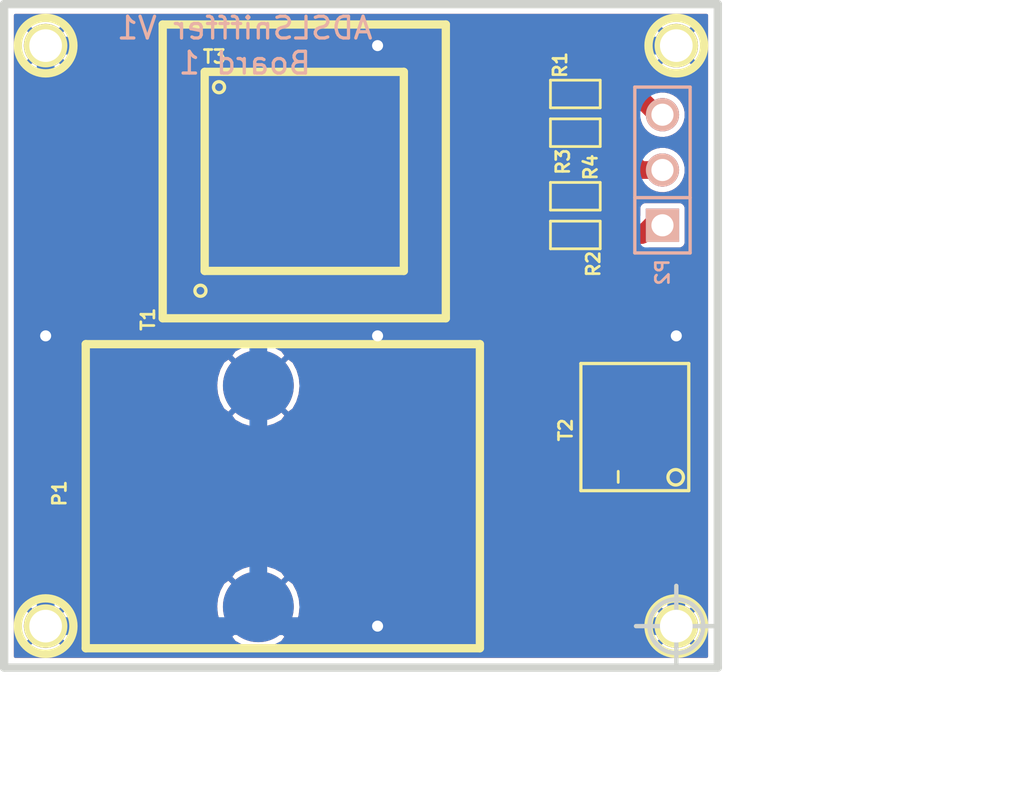
<source format=kicad_pcb>
(kicad_pcb (version 3) (host pcbnew "(2013-07-07 BZR 4022)-stable")
  (title_block (title "Adsl Sniffer") (rev 1))
  (layers (15 Dessus.Cu signal) (0 Dessous.Cu signal))
  (net 0 "")
  (net 1 AGND)
  (net 2 N-0000020)
  (net 3 N-0000025)
  (net 4 N-0000026)
  (net 5 N-0000047)
  (net 6 N-0000086)
  (net 7 N-0000089)
  (net 8 N-0000091)
  (net 9 N-0000094)
  (net 10 N-0000095)
  (net 11 N-0000097)
  (module RJ11SMT (layer Dessus.Cu) (at 110.871 116.586 90)
    (fp_text reference P1)
    (fp_text value RJ12 hide)
    (pad 1 smd rect (at -3.175 9.4615 90) (size 0.75946 6.35) (layers Dessus.Cu Dessus.Pate Dessus.Masque))
    (pad 2 smd rect (at -1.905 9.4615 90) (size 0.75946 6.35) (layers Dessus.Cu Dessus.Pate Dessus.Masque))
    (pad 3 smd rect (at -0.635 9.4615 90) (size 0.75946 6.35) (layers Dessus.Cu Dessus.Pate Dessus.Masque) (net 9 N-0000094))
    (pad 4 smd rect (at 0.635 9.4615 90) (size 0.75946 6.35) (layers Dessus.Cu Dessus.Pate Dessus.Masque) (net 5 N-0000047))
    (pad 5 smd rect (at 1.905 9.4615 90) (size 0.75946 6.35) (layers Dessus.Cu Dessus.Pate Dessus.Masque))
    (pad 6 smd rect (at 3.175 9.4615 90) (size 0.75946 6.35) (layers Dessus.Cu Dessus.Pate Dessus.Masque))
    (pad 7 connect circle (at -5.08 -0.0127 90) (size 3.2512 3.2512) (layers *.Cu Dessus.Masque) (net 1 AGND))
    (pad 8 connect circle (at 5.08 -0.0127 90) (size 3.2512 3.2512) (layers *.Cu Dessus.Masque) (net 1 AGND))
  )
  (module SM0603 (layer Dessus.Cu) (at 125.4125 98.1075)
    (fp_text reference R1)
    (fp_text value 8k25 hide)
    (pad 1 smd rect (at -0.762 0) (size 0.635 1.143) (layers Dessus.Cu Dessus.Pate Dessus.Masque) (net 3 N-0000025))
    (pad 2 smd rect (at 0.762 0) (size 0.635 1.143) (layers Dessus.Cu Dessus.Pate Dessus.Masque) (net 6 N-0000086))
  )
  (module SM0603 (layer Dessus.Cu) (at 125.4125 104.5845)
    (fp_text reference R2)
    (fp_text value 8k25 hide)
    (pad 1 smd rect (at -0.762 0) (size 0.635 1.143) (layers Dessus.Cu Dessus.Pate Dessus.Masque) (net 4 N-0000026))
    (pad 2 smd rect (at 0.762 0) (size 0.635 1.143) (layers Dessus.Cu Dessus.Pate Dessus.Masque) (net 2 N-0000020))
  )
  (module SM0603 (layer Dessus.Cu) (at 125.4125 99.8855 180)
    (fp_text reference R3)
    (fp_text value 1k1 hide)
    (pad 1 smd rect (at -0.762 0 180) (size 0.635 1.143) (layers Dessus.Cu Dessus.Pate Dessus.Masque) (net 6 N-0000086))
    (pad 2 smd rect (at 0.762 0 180) (size 0.635 1.143) (layers Dessus.Cu Dessus.Pate Dessus.Masque) (net 11 N-0000097))
  )
  (module SM0603 (layer Dessus.Cu) (at 125.4125 102.8065 180)
    (fp_text reference R4)
    (fp_text value 1k1 hide)
    (pad 1 smd rect (at -0.762 0 180) (size 0.635 1.143) (layers Dessus.Cu Dessus.Pate Dessus.Masque) (net 2 N-0000020))
    (pad 2 smd rect (at 0.762 0 180) (size 0.635 1.143) (layers Dessus.Cu Dessus.Pate Dessus.Masque) (net 11 N-0000097))
  )
  (module PIN_ARRAY_3X1 (layer Dessous.Cu) (at 129.413 101.6 90)
    (fp_text reference P2)
    (fp_text value CONN_3 hide)
    (pad 1 thru_hole rect (at -2.54 0 90) (size 1.524 1.524) (drill 1.016) (layers *.Cu *.Mask Dessous.SilkS) (net 2 N-0000020))
    (pad 2 thru_hole circle (at 0 0 90) (size 1.524 1.524) (drill 1.016) (layers *.Cu *.Mask Dessous.SilkS) (net 11 N-0000097))
    (pad 3 thru_hole circle (at 2.54 0 90) (size 1.524 1.524) (drill 1.016) (layers *.Cu *.Mask Dessous.SilkS) (net 6 N-0000086))
  )
  (module 1pin (layer Dessus.Cu) (at 130.048 95.885)
    (fp_text reference "")
    (fp_text value "" hide)
    (pad 1 thru_hole circle (at 0 0) (size 1.99898 1.99898) (drill 1.50114) (layers *.Cu *.Mask Dessus.SilkS) (net 1 AGND))
  )
  (module 1pin (layer Dessus.Cu) (at 130.048 122.555)
    (fp_text reference "")
    (fp_text value "" hide)
    (pad 1 thru_hole circle (at 0 0) (size 1.99898 1.99898) (drill 1.50114) (layers *.Cu *.Mask Dessus.SilkS) (net 1 AGND))
  )
  (module 1pin (layer Dessus.Cu) (at 101.092 122.555)
    (fp_text reference "")
    (fp_text value "" hide)
    (pad 1 thru_hole circle (at 0 0) (size 1.99898 1.99898) (drill 1.50114) (layers *.Cu *.Mask Dessus.SilkS) (net 1 AGND))
  )
  (module 1pin (layer Dessus.Cu) (at 101.092 95.885)
    (fp_text reference "")
    (fp_text value "" hide)
    (pad 1 thru_hole circle (at 0 0) (size 1.99898 1.99898) (drill 1.50114) (layers *.Cu *.Mask Dessus.SilkS) (net 1 AGND))
  )
  (module B0727-BL (layer Dessus.Cu) (at 112.9665 101.6635 270)
    (fp_text reference T1)
    (fp_text value B0727-BL hide)
    (pad 2 smd rect (at 2.49936 8.27024 270) (size 1.27 1.5494) (layers Dessus.Cu Dessus.Pate Dessus.Masque) (net 7 N-0000089))
    (pad 3 smd rect (at 0 8.27024 270) (size 1.27 1.5494) (layers Dessus.Cu Dessus.Pate Dessus.Masque))
    (pad 1 smd rect (at 5.00126 8.27024 270) (size 1.27 1.5494) (layers Dessus.Cu Dessus.Pate Dessus.Masque) (net 8 N-0000091))
    (pad 4 smd rect (at -2.49936 8.27024 270) (size 1.27 1.5494) (layers Dessus.Cu Dessus.Pate Dessus.Masque) (net 7 N-0000089))
    (pad 5 smd rect (at -5.00126 8.27024 270) (size 1.27 1.5494) (layers Dessus.Cu Dessus.Pate Dessus.Masque) (net 10 N-0000095))
    (pad 6 smd rect (at -5.00126 -8.27024 270) (size 1.27 1.5494) (layers Dessus.Cu Dessus.Pate Dessus.Masque) (net 3 N-0000025))
    (pad 10 smd rect (at 5.00126 -8.27024 270) (size 1.27 1.5494) (layers Dessus.Cu Dessus.Pate Dessus.Masque) (net 4 N-0000026))
    (pad 9 smd rect (at 2.49936 -8.27024 270) (size 1.27 1.5494) (layers Dessus.Cu Dessus.Pate Dessus.Masque) (net 11 N-0000097))
    (pad 8 smd rect (at 0 -8.27024 270) (size 1.27 1.5494) (layers Dessus.Cu Dessus.Pate Dessus.Masque))
    (pad 7 smd rect (at -2.49936 -8.27024 270) (size 1.27 1.5494) (layers Dessus.Cu Dessus.Pate Dessus.Masque) (net 11 N-0000097))
  )
  (module 1812DPS (layer Dessus.Cu) (at 128.143 113.411 90)
    (fp_text reference T2)
    (fp_text value 1812DPS hide)
    (pad 4 smd rect (at -2.0701 -0.95504 90) (size 1.2192 1.45034) (layers Dessus.Cu Dessus.Pate Dessus.Masque) (net 5 N-0000047) (clearance 0.20066))
    (pad 3 smd rect (at 2.0701 -0.95504 90) (size 1.2192 1.45034) (layers Dessus.Cu Dessus.Pate Dessus.Masque) (net 8 N-0000091) (clearance 0.20066))
    (pad 2 smd rect (at 2.0701 0.95504 90) (size 1.2192 1.45034) (layers Dessus.Cu Dessus.Pate Dessus.Masque) (net 10 N-0000095) (clearance 0.20066))
    (pad 1 smd rect (at -2.0701 0.95504 90) (size 1.2192 1.45034) (layers Dessus.Cu Dessus.Pate Dessus.Masque) (net 9 N-0000094) (clearance 0.20066))
  )
  (module PWB2010LB (layer Dessus.Cu) (at 112.9665 101.6635)
    (fp_text reference T3)
    (fp_text value PWB2010L hide)
    (pad 2 smd rect (at -4.445 0 90) (size 1.27 1.5494) (layers Dessus.Cu Dessus.Pate Dessus.Masque))
    (pad 3 smd rect (at -4.445 2.54 90) (size 1.27 1.5494) (layers Dessus.Cu Dessus.Pate Dessus.Masque) (net 8 N-0000091))
    (pad 1 smd rect (at -4.445 -2.54 90) (size 1.27 1.5494) (layers Dessus.Cu Dessus.Pate Dessus.Masque) (net 10 N-0000095))
    (pad 4 smd rect (at 4.445 2.54 90) (size 1.27 1.5494) (layers Dessus.Cu Dessus.Pate Dessus.Masque) (net 4 N-0000026))
    (pad 5 smd rect (at 4.445 0 90) (size 1.27 1.5494) (layers Dessus.Cu Dessus.Pate Dessus.Masque) (net 11 N-0000097))
    (pad 6 smd rect (at 4.445 -2.54 90) (size 1.27 1.5494) (layers Dessus.Cu Dessus.Pate Dessus.Masque) (net 3 N-0000025))
  )
  (segment (start 110.8583 111.506) (end 110.8583 109.22) (width 0.8128) (layer Dessous.Cu) (net 1))
  (segment (start 130.048 122.555) (end 130.048 109.22) (width 0.8128) (layer Dessous.Cu) (net 1))
  (segment (start 130.048 109.22) (end 116.332 109.22) (width 0.8128) (layer Dessous.Cu) (net 1))
  (via (at 116.332 109.22) (size 1.19888) (drill 0.508) (layers Dessus.Cu Dessous.Cu) (net 1))
  (segment (start 116.332 109.22) (end 110.8583 109.22) (width 0.8128) (layer Dessous.Cu) (net 1))
  (via (at 130.048 109.22) (size 1.19888) (drill 0.508) (layers Dessus.Cu Dessous.Cu) (net 1))
  (segment (start 110.8583 109.22) (end 101.092 109.22) (width 0.8128) (layer Dessous.Cu) (net 1))
  (via (at 101.092 109.22) (size 1.19888) (drill 0.508) (layers Dessus.Cu Dessous.Cu) (net 1))
  (segment (start 101.092 109.22) (end 101.092 122.555) (width 0.8128) (layer Dessous.Cu) (net 1))
  (segment (start 101.092 95.885) (end 101.092 109.22) (width 0.8128) (layer Dessous.Cu) (net 1))
  (via (at 116.332 95.885) (size 1.19888) (drill 0.508) (layers Dessus.Cu Dessous.Cu) (net 1))
  (via (at 116.332 122.555) (size 1.19888) (drill 0.508) (layers Dessus.Cu Dessous.Cu) (net 1))
  (segment (start 110.8583 121.666) (end 110.8583 111.506) (width 0.8128) (layer Dessous.Cu) (net 1))
  (segment (start 112.268 122.555) (end 111.7473 122.555) (width 0.8128) (layer Dessous.Cu) (net 1))
  (segment (start 111.7473 122.555) (end 110.8583 121.666) (width 0.8128) (layer Dessous.Cu) (net 1))
  (segment (start 130.048 95.885) (end 116.332 95.885) (width 0.8128) (layer Dessous.Cu) (net 1))
  (segment (start 116.332 95.885) (end 101.092 95.885) (width 0.8128) (layer Dessous.Cu) (net 1))
  (segment (start 130.048 122.555) (end 116.332 122.555) (width 0.8128) (layer Dessous.Cu) (net 1))
  (segment (start 116.332 122.555) (end 112.268 122.555) (width 0.8128) (layer Dessous.Cu) (net 1))
  (segment (start 112.268 122.555) (end 101.092 122.555) (width 0.8128) (layer Dessous.Cu) (net 1))
  (segment (start 128.4605 104.5845) (end 126.1745 104.5845) (width 0.8128) (layer Dessus.Cu) (net 2))
  (segment (start 128.905 104.14) (end 128.4605 104.5845) (width 0.8128) (layer Dessus.Cu) (net 2))
  (segment (start 126.1745 104.5845) (end 126.1745 102.8065) (width 0.8128) (layer Dessus.Cu) (net 2))
  (segment (start 129.413 104.14) (end 128.905 104.14) (width 0.8128) (layer Dessus.Cu) (net 2))
  (segment (start 117.4115 97.7265) (end 118.47576 96.66224) (width 0.8128) (layer Dessus.Cu) (net 3))
  (segment (start 124.09424 96.66224) (end 124.6505 97.2185) (width 0.8128) (layer Dessus.Cu) (net 3))
  (segment (start 124.6505 97.2185) (end 124.6505 98.1075) (width 0.8128) (layer Dessus.Cu) (net 3))
  (segment (start 118.47576 96.66224) (end 121.23674 96.66224) (width 0.8128) (layer Dessus.Cu) (net 3))
  (segment (start 117.4115 99.1235) (end 117.4115 97.7265) (width 0.8128) (layer Dessus.Cu) (net 3))
  (segment (start 121.23674 96.66224) (end 124.09424 96.66224) (width 0.8128) (layer Dessus.Cu) (net 3))
  (segment (start 118.34876 106.66476) (end 121.23674 106.66476) (width 0.8128) (layer Dessus.Cu) (net 4))
  (segment (start 124.6505 105.4735) (end 123.45924 106.66476) (width 0.8128) (layer Dessus.Cu) (net 4))
  (segment (start 123.45924 106.66476) (end 121.23674 106.66476) (width 0.8128) (layer Dessus.Cu) (net 4))
  (segment (start 124.6505 104.5845) (end 124.6505 105.4735) (width 0.8128) (layer Dessus.Cu) (net 4))
  (segment (start 117.4115 105.7275) (end 118.34876 106.66476) (width 0.8128) (layer Dessus.Cu) (net 4))
  (segment (start 117.4115 104.2035) (end 117.4115 105.7275) (width 0.8128) (layer Dessus.Cu) (net 4))
  (segment (start 120.3325 115.951) (end 126.71806 115.951) (width 0.8128) (layer Dessus.Cu) (net 5))
  (segment (start 126.71806 115.951) (end 127.18796 115.4811) (width 0.8128) (layer Dessus.Cu) (net 5))
  (segment (start 126.1745 99.8855) (end 126.1745 98.1075) (width 0.8128) (layer Dessus.Cu) (net 6))
  (segment (start 129.413 99.06) (end 129.159 99.06) (width 0.8128) (layer Dessus.Cu) (net 6))
  (segment (start 128.2065 98.1075) (end 126.1745 98.1075) (width 0.8128) (layer Dessus.Cu) (net 6))
  (segment (start 129.159 99.06) (end 128.2065 98.1075) (width 0.8128) (layer Dessus.Cu) (net 6))
  (segment (start 103.27386 99.16414) (end 102.362 100.076) (width 0.8128) (layer Dessus.Cu) (net 7))
  (segment (start 104.69626 99.16414) (end 103.27386 99.16414) (width 0.8128) (layer Dessus.Cu) (net 7))
  (segment (start 103.14686 104.16286) (end 104.69626 104.16286) (width 0.8128) (layer Dessus.Cu) (net 7))
  (segment (start 102.362 100.076) (end 102.362 103.378) (width 0.8128) (layer Dessus.Cu) (net 7))
  (segment (start 102.362 103.378) (end 103.14686 104.16286) (width 0.8128) (layer Dessus.Cu) (net 7))
  (segment (start 127.18796 111.3409) (end 115.6589 111.3409) (width 0.8128) (layer Dessus.Cu) (net 8))
  (segment (start 115.6589 111.3409) (end 108.5215 104.2035) (width 0.8128) (layer Dessus.Cu) (net 8))
  (segment (start 106.06024 106.66476) (end 108.5215 104.2035) (width 0.8128) (layer Dessus.Cu) (net 8))
  (segment (start 104.69626 106.66476) (end 106.06024 106.66476) (width 0.8128) (layer Dessus.Cu) (net 8))
  (segment (start 120.3325 117.221) (end 128.524 117.221) (width 0.8128) (layer Dessus.Cu) (net 9))
  (segment (start 129.09804 116.64696) (end 129.09804 115.4811) (width 0.8128) (layer Dessus.Cu) (net 9))
  (segment (start 128.524 117.221) (end 129.09804 116.64696) (width 0.8128) (layer Dessus.Cu) (net 9))
  (segment (start 128.27 109.474) (end 129.09804 110.30204) (width 0.8128) (layer Dessus.Cu) (net 10))
  (segment (start 104.69626 96.66224) (end 106.06024 96.66224) (width 0.8128) (layer Dessus.Cu) (net 10))
  (segment (start 129.09804 110.30204) (end 129.09804 111.3409) (width 0.8128) (layer Dessus.Cu) (net 10))
  (segment (start 106.06024 96.66224) (end 108.5215 99.1235) (width 0.8128) (layer Dessus.Cu) (net 10))
  (segment (start 119.126 109.474) (end 128.27 109.474) (width 0.8128) (layer Dessus.Cu) (net 10))
  (segment (start 108.5215 99.1235) (end 108.5215 98.8695) (width 0.8128) (layer Dessus.Cu) (net 10))
  (segment (start 108.5215 98.8695) (end 119.126 109.474) (width 0.8128) (layer Dessus.Cu) (net 10))
  (segment (start 128.397 101.6) (end 128.143 101.346) (width 0.8128) (layer Dessus.Cu) (net 11))
  (segment (start 124.6505 102.8065) (end 124.6505 101.346) (width 0.8128) (layer Dessus.Cu) (net 11))
  (segment (start 124.6505 99.8855) (end 121.9581 99.8855) (width 0.8128) (layer Dessus.Cu) (net 11))
  (segment (start 124.6505 101.346) (end 124.6505 99.8855) (width 0.8128) (layer Dessus.Cu) (net 11))
  (segment (start 128.143 101.346) (end 124.6505 101.346) (width 0.8128) (layer Dessus.Cu) (net 11))
  (segment (start 121.9581 99.8855) (end 121.23674 99.16414) (width 0.8128) (layer Dessus.Cu) (net 11))
  (segment (start 129.413 101.6) (end 128.397 101.6) (width 0.8128) (layer Dessus.Cu) (net 11))
  (segment (start 124.6505 102.8065) (end 123.7615 102.8065) (width 0.8128) (layer Dessus.Cu) (net 11))
  (segment (start 122.40514 104.16286) (end 121.23674 104.16286) (width 0.8128) (layer Dessus.Cu) (net 11))
  (segment (start 117.4115 101.6635) (end 118.1735 101.6635) (width 0.8128) (layer Dessus.Cu) (net 11))
  (segment (start 118.1735 101.6635) (end 119.38 102.87) (width 0.8128) (layer Dessus.Cu) (net 11))
  (segment (start 123.7615 102.8065) (end 122.40514 104.16286) (width 0.8128) (layer Dessus.Cu) (net 11))
  (segment (start 119.38 103.378) (end 120.16486 104.16286) (width 0.8128) (layer Dessus.Cu) (net 11))
  (segment (start 119.38 102.87) (end 119.38 103.378) (width 0.8128) (layer Dessus.Cu) (net 11))
  (segment (start 120.16486 104.16286) (end 121.23674 104.16286) (width 0.8128) (layer Dessus.Cu) (net 11))
  (zone (net 1) (net_name AGND) (layer Dessous.Cu) (connect_pads (clearance 0.256)) (min_thickness 0.127) (fill (mode segment) (arc_segments 32) (thermal_gap 0.256) (thermal_bridge_width 0.256))
    (polygon (pts (xy 131.8895 124.333) (xy 131.8895 94.107) (xy 99.2505 94.107) (xy 99.2505 124.333)))
  )
  (zone (net 1) (net_name AGND) (layer Dessus.Cu) (connect_pads (clearance 0.256)) (min_thickness 0.127) (fill (mode segment) (arc_segments 32) (thermal_gap 0.256) (thermal_bridge_width 0.256))
    (polygon (pts (xy 131.8895 124.333) (xy 131.8895 94.107) (xy 99.2505 94.107) (xy 99.2505 124.333)))
  )
)
</source>
